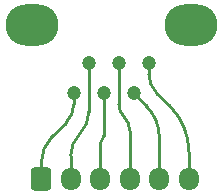
<source format=gbr>
%TF.GenerationSoftware,KiCad,Pcbnew,7.0.9*%
%TF.CreationDate,2024-03-01T17:25:44-08:00*%
%TF.ProjectId,M13-SDL-Rev1,4d31332d-5344-44c2-9d52-6576312e6b69,2*%
%TF.SameCoordinates,Original*%
%TF.FileFunction,Copper,L1,Top*%
%TF.FilePolarity,Positive*%
%FSLAX46Y46*%
G04 Gerber Fmt 4.6, Leading zero omitted, Abs format (unit mm)*
G04 Created by KiCad (PCBNEW 7.0.9) date 2024-03-01 17:25:44*
%MOMM*%
%LPD*%
G01*
G04 APERTURE LIST*
G04 Aperture macros list*
%AMRoundRect*
0 Rectangle with rounded corners*
0 $1 Rounding radius*
0 $2 $3 $4 $5 $6 $7 $8 $9 X,Y pos of 4 corners*
0 Add a 4 corners polygon primitive as box body*
4,1,4,$2,$3,$4,$5,$6,$7,$8,$9,$2,$3,0*
0 Add four circle primitives for the rounded corners*
1,1,$1+$1,$2,$3*
1,1,$1+$1,$4,$5*
1,1,$1+$1,$6,$7*
1,1,$1+$1,$8,$9*
0 Add four rect primitives between the rounded corners*
20,1,$1+$1,$2,$3,$4,$5,0*
20,1,$1+$1,$4,$5,$6,$7,0*
20,1,$1+$1,$6,$7,$8,$9,0*
20,1,$1+$1,$8,$9,$2,$3,0*%
G04 Aperture macros list end*
%TA.AperFunction,ComponentPad*%
%ADD10RoundRect,0.250000X-0.600000X-0.725000X0.600000X-0.725000X0.600000X0.725000X-0.600000X0.725000X0*%
%TD*%
%TA.AperFunction,ComponentPad*%
%ADD11O,1.700000X1.950000*%
%TD*%
%TA.AperFunction,ComponentPad*%
%ADD12C,1.200000*%
%TD*%
%TA.AperFunction,ComponentPad*%
%ADD13O,4.500000X3.500000*%
%TD*%
%TA.AperFunction,Conductor*%
%ADD14C,0.250000*%
%TD*%
G04 APERTURE END LIST*
D10*
%TO.P,REF\u002A\u002A,1*%
%TO.N,N/C*%
X140000000Y-113750000D03*
D11*
%TO.P,REF\u002A\u002A,2*%
X142500000Y-113750000D03*
%TO.P,REF\u002A\u002A,3*%
X145000000Y-113750000D03*
%TO.P,REF\u002A\u002A,4*%
X147500000Y-113750000D03*
%TO.P,REF\u002A\u002A,5*%
X150000000Y-113750000D03*
%TO.P,REF\u002A\u002A,6*%
X152500000Y-113750000D03*
%TD*%
D12*
%TO.P,REF\u002A\u002A,1*%
%TO.N,N/C*%
X142760000Y-106515000D03*
%TO.P,REF\u002A\u002A,3*%
X145300000Y-106515000D03*
%TO.P,REF\u002A\u002A,5*%
X147840000Y-106515000D03*
%TO.P,REF\u002A\u002A,8*%
X144030000Y-103975000D03*
%TO.P,REF\u002A\u002A,10*%
X146570000Y-103975000D03*
%TO.P,REF\u002A\u002A,12*%
X149110000Y-103975000D03*
D13*
%TO.P,REF\u002A\u002A,13*%
X139210000Y-100765000D03*
%TO.P,REF\u002A\u002A,14*%
X152660000Y-100765000D03*
%TD*%
D14*
%TO.N,*%
X140936916Y-110163083D02*
X142114765Y-108985234D01*
X147500000Y-109657609D02*
X147500000Y-113750000D01*
X145000000Y-110812132D02*
X145000000Y-113750000D01*
X147840000Y-106527500D02*
X147840000Y-106515000D01*
X149110000Y-104892500D02*
X149110000Y-103975000D01*
X144030000Y-108088126D02*
X144030000Y-103975000D01*
X145150000Y-106665000D02*
X145000000Y-106815000D01*
X140000000Y-112425000D02*
X140000000Y-113750000D01*
X145300000Y-106727132D02*
X145300000Y-110087867D01*
X148920000Y-107620000D02*
X147848838Y-106548838D01*
X142500000Y-111781873D02*
X142500000Y-113750000D01*
X146570000Y-107412390D02*
X146570000Y-103975000D01*
X142760000Y-107427500D02*
X142760000Y-106515000D01*
X152500000Y-111453963D02*
X152500000Y-113750000D01*
X150906207Y-107606207D02*
X149758770Y-106458770D01*
X150000000Y-110227350D02*
X150000000Y-113750000D01*
X149109989Y-104892500D02*
G75*
G03*
X149758771Y-106458769I2215011J0D01*
G01*
X147840007Y-106527500D02*
G75*
G03*
X147848838Y-106548838I30193J0D01*
G01*
X143264992Y-109934992D02*
G75*
G03*
X144030000Y-108088126I-1846892J1846892D01*
G01*
X152500010Y-111453963D02*
G75*
G03*
X150906206Y-107606208I-5441610J-37D01*
G01*
X143265008Y-109935008D02*
G75*
G03*
X142500000Y-111781873I1846892J-1846892D01*
G01*
X145299922Y-106727132D02*
G75*
G03*
X145150000Y-106665000I-87822J32D01*
G01*
X142114772Y-108985241D02*
G75*
G03*
X142760000Y-107427500I-1557772J1557741D01*
G01*
X147499996Y-109657609D02*
G75*
G03*
X147035000Y-108535000I-1587596J9D01*
G01*
X145149991Y-110449991D02*
G75*
G03*
X145000000Y-110812132I362109J-362109D01*
G01*
X140936923Y-110163090D02*
G75*
G03*
X140000000Y-112425000I2261877J-2261910D01*
G01*
X145150009Y-110450009D02*
G75*
G03*
X145300000Y-110087867I-362109J362109D01*
G01*
X146570004Y-107412390D02*
G75*
G03*
X147035000Y-108535000I1587596J-10D01*
G01*
X150000049Y-110227350D02*
G75*
G03*
X148919999Y-107620001I-3687349J-50D01*
G01*
%TD*%
M02*

</source>
